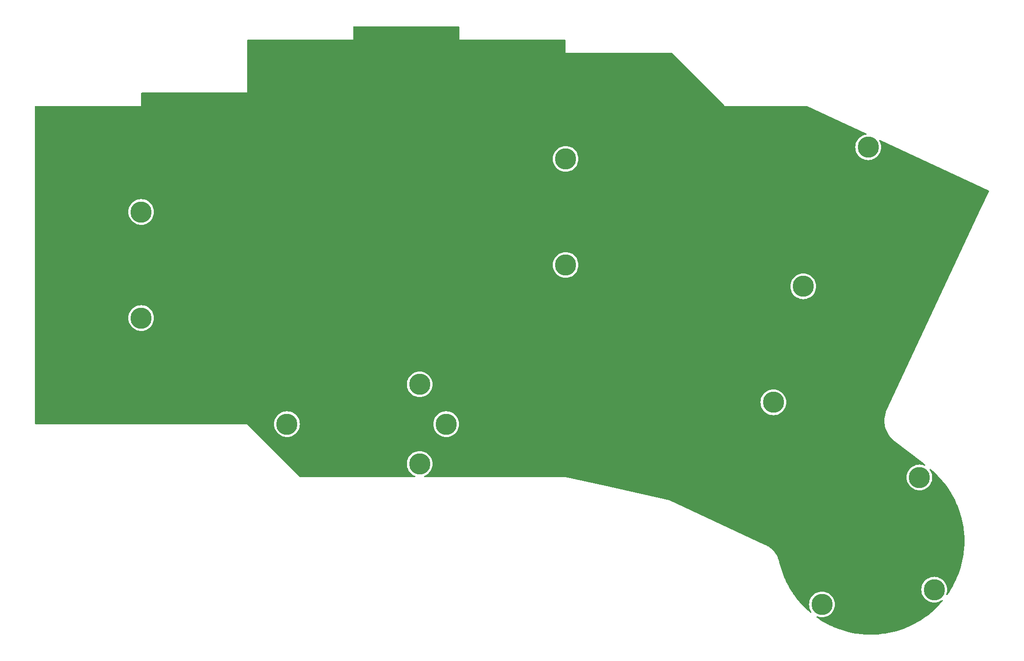
<source format=gbr>
%TF.GenerationSoftware,KiCad,Pcbnew,7.0.5*%
%TF.CreationDate,2024-03-19T15:00:49+08:00*%
%TF.ProjectId,J-50x,4a2d3530-782e-46b6-9963-61645f706362,rev?*%
%TF.SameCoordinates,Original*%
%TF.FileFunction,Copper,L1,Top*%
%TF.FilePolarity,Positive*%
%FSLAX46Y46*%
G04 Gerber Fmt 4.6, Leading zero omitted, Abs format (unit mm)*
G04 Created by KiCad (PCBNEW 7.0.5) date 2024-03-19 15:00:49*
%MOMM*%
%LPD*%
G01*
G04 APERTURE LIST*
%TA.AperFunction,ComponentPad*%
%ADD10C,3.800000*%
%TD*%
%TA.AperFunction,WasherPad*%
%ADD11C,3.800000*%
%TD*%
G04 APERTURE END LIST*
D10*
%TO.P,H7,1*%
%TO.N,N/C*%
X108339000Y-136520000D03*
%TD*%
D11*
%TO.P,U1,*%
%TO.N,*%
X184079467Y-86803428D03*
X172433798Y-111777645D03*
%TD*%
D10*
%TO.P,H9,1*%
%TO.N,N/C*%
X53570000Y-98420000D03*
%TD*%
%TO.P,H3,1*%
%TO.N,N/C*%
X103577000Y-143664000D03*
%TD*%
%TO.P,H13,1*%
%TO.N,N/C*%
X167066000Y-132611000D03*
%TD*%
%TO.P,He,1*%
%TO.N,N/C*%
X79763000Y-136520000D03*
%TD*%
%TO.P,H14,1*%
%TO.N,N/C*%
X129770000Y-88895000D03*
%TD*%
D11*
%TO.P,K26,*%
%TO.N,*%
X195932555Y-166249637D03*
X175781362Y-168902592D03*
X193279600Y-146098444D03*
%TD*%
D10*
%TO.P,H2,1*%
%TO.N,N/C*%
X103577000Y-129376000D03*
%TD*%
%TO.P,H10,1*%
%TO.N,N/C*%
X53570000Y-117470000D03*
%TD*%
%TO.P,H15,1*%
%TO.N,N/C*%
X129770000Y-107945000D03*
%TD*%
%TA.AperFunction,NonConductor*%
G36*
X110662539Y-65102185D02*
G01*
X110708294Y-65154989D01*
X110719500Y-65206500D01*
X110719500Y-67439467D01*
X110719416Y-67439889D01*
X110719459Y-67464001D01*
X110719544Y-67464206D01*
X110719616Y-67464382D01*
X110719618Y-67464384D01*
X110719808Y-67464462D01*
X110720000Y-67464541D01*
X110720002Y-67464539D01*
X110744616Y-67464524D01*
X110744616Y-67464528D01*
X110744760Y-67464500D01*
X129645500Y-67464500D01*
X129712539Y-67484185D01*
X129758294Y-67536989D01*
X129769500Y-67588500D01*
X129769500Y-69820467D01*
X129769416Y-69820889D01*
X129769459Y-69845001D01*
X129769544Y-69845206D01*
X129769616Y-69845382D01*
X129769618Y-69845384D01*
X129769808Y-69845462D01*
X129770000Y-69845541D01*
X129770002Y-69845539D01*
X129794616Y-69845524D01*
X129794616Y-69845528D01*
X129794760Y-69845500D01*
X148768430Y-69845500D01*
X148835469Y-69865185D01*
X148856111Y-69881819D01*
X158327197Y-79352904D01*
X158327501Y-79353359D01*
X158344616Y-79370381D01*
X158344617Y-79370383D01*
X158344827Y-79370469D01*
X158345000Y-79370542D01*
X158345002Y-79370541D01*
X158369771Y-79370562D01*
X158370083Y-79370500D01*
X173072125Y-79370500D01*
X173124519Y-79382113D01*
X183688831Y-84307167D01*
X183741274Y-84353334D01*
X183760432Y-84420525D01*
X183740222Y-84487409D01*
X183687061Y-84532748D01*
X183660628Y-84541170D01*
X183482780Y-84576547D01*
X183482768Y-84576550D01*
X183197219Y-84673481D01*
X183197198Y-84673490D01*
X182926753Y-84806859D01*
X182926746Y-84806863D01*
X182676007Y-84974401D01*
X182449277Y-85173238D01*
X182250440Y-85399968D01*
X182082902Y-85650707D01*
X182082898Y-85650714D01*
X181949529Y-85921159D01*
X181949520Y-85921180D01*
X181852589Y-86206729D01*
X181852585Y-86206744D01*
X181793755Y-86502497D01*
X181793754Y-86502509D01*
X181774031Y-86803427D01*
X181793754Y-87104346D01*
X181793755Y-87104358D01*
X181852585Y-87400111D01*
X181852589Y-87400126D01*
X181949520Y-87685675D01*
X181949529Y-87685696D01*
X182082898Y-87956141D01*
X182082902Y-87956148D01*
X182250440Y-88206887D01*
X182449277Y-88433617D01*
X182676007Y-88632454D01*
X182926746Y-88799992D01*
X182926753Y-88799996D01*
X183197198Y-88933365D01*
X183197203Y-88933367D01*
X183197215Y-88933373D01*
X183482776Y-89030308D01*
X183682718Y-89070079D01*
X183778536Y-89089139D01*
X183778537Y-89089139D01*
X183778547Y-89089141D01*
X184079467Y-89108864D01*
X184380387Y-89089141D01*
X184676158Y-89030308D01*
X184961719Y-88933373D01*
X185232185Y-88799994D01*
X185482928Y-88632453D01*
X185709656Y-88433617D01*
X185908492Y-88206889D01*
X186076033Y-87956146D01*
X186209412Y-87685680D01*
X186306347Y-87400119D01*
X186365180Y-87104348D01*
X186384903Y-86803428D01*
X186365180Y-86502508D01*
X186306347Y-86206737D01*
X186209412Y-85921176D01*
X186084272Y-85667418D01*
X186072276Y-85598588D01*
X186099398Y-85534197D01*
X186157026Y-85494691D01*
X186226865Y-85492612D01*
X186247879Y-85500189D01*
X188753108Y-86668120D01*
X205690331Y-94564209D01*
X205742774Y-94610376D01*
X205761932Y-94677567D01*
X205750299Y-94729041D01*
X204269945Y-97900653D01*
X187454637Y-133925734D01*
X187369071Y-134105976D01*
X187285879Y-134328824D01*
X187284964Y-134331131D01*
X187255893Y-134400404D01*
X187253860Y-134414592D01*
X187230917Y-134476050D01*
X187157584Y-134739504D01*
X187156979Y-134741544D01*
X187139451Y-134797065D01*
X187138930Y-134806522D01*
X187124987Y-134856615D01*
X187124984Y-134856625D01*
X187066285Y-135169138D01*
X187065933Y-135170874D01*
X187059004Y-135202717D01*
X187059148Y-135207132D01*
X187052067Y-135244834D01*
X187052062Y-135244869D01*
X187012685Y-135637897D01*
X187007138Y-136032905D01*
X187007138Y-136032906D01*
X187035465Y-136426904D01*
X187050179Y-136519500D01*
X187066436Y-136621814D01*
X187097459Y-136817044D01*
X187192656Y-137200414D01*
X187192659Y-137200422D01*
X187320369Y-137574236D01*
X187320370Y-137574237D01*
X187479642Y-137935717D01*
X187479647Y-137935726D01*
X187669321Y-138282236D01*
X187778281Y-138446157D01*
X187887993Y-138611210D01*
X187888000Y-138611220D01*
X187911903Y-138641238D01*
X187913221Y-138644475D01*
X187934852Y-138670101D01*
X187935976Y-138671472D01*
X188058572Y-138825436D01*
X188134061Y-138920240D01*
X188169818Y-138957992D01*
X188173219Y-138964642D01*
X188216130Y-139006940D01*
X188217619Y-139008460D01*
X188332400Y-139129643D01*
X188405707Y-139207039D01*
X188405716Y-139207047D01*
X188405717Y-139207048D01*
X188454730Y-139250621D01*
X188460712Y-139260195D01*
X188521255Y-139309829D01*
X188523141Y-139311440D01*
X188552459Y-139337504D01*
X188700935Y-139469501D01*
X188836130Y-139570322D01*
X188837312Y-139571722D01*
X188858522Y-139587039D01*
X188860008Y-139588147D01*
X193770946Y-143363069D01*
X194278427Y-143753157D01*
X194319582Y-143809620D01*
X194323677Y-143879370D01*
X194289413Y-143940261D01*
X194227668Y-143972961D01*
X194162998Y-143968888D01*
X193876298Y-143871566D01*
X193876292Y-143871564D01*
X193876291Y-143871564D01*
X193876289Y-143871563D01*
X193876283Y-143871562D01*
X193580530Y-143812732D01*
X193580521Y-143812731D01*
X193580520Y-143812731D01*
X193279600Y-143793008D01*
X192978680Y-143812731D01*
X192978679Y-143812731D01*
X192978669Y-143812732D01*
X192682916Y-143871562D01*
X192682901Y-143871566D01*
X192397352Y-143968497D01*
X192397331Y-143968506D01*
X192126886Y-144101875D01*
X192126879Y-144101879D01*
X191876140Y-144269417D01*
X191649410Y-144468254D01*
X191450573Y-144694984D01*
X191283035Y-144945723D01*
X191283031Y-144945730D01*
X191149662Y-145216175D01*
X191149653Y-145216196D01*
X191052722Y-145501745D01*
X191052718Y-145501760D01*
X190993888Y-145797513D01*
X190993887Y-145797523D01*
X190993887Y-145797524D01*
X190977700Y-146044491D01*
X190974164Y-146098444D01*
X190993887Y-146399362D01*
X190993888Y-146399374D01*
X191052718Y-146695127D01*
X191052722Y-146695142D01*
X191149653Y-146980691D01*
X191149662Y-146980712D01*
X191283031Y-147251157D01*
X191283035Y-147251164D01*
X191450573Y-147501903D01*
X191649410Y-147728633D01*
X191876140Y-147927470D01*
X192126879Y-148095008D01*
X192126886Y-148095012D01*
X192397331Y-148228381D01*
X192397336Y-148228383D01*
X192397348Y-148228389D01*
X192682909Y-148325324D01*
X192882851Y-148365095D01*
X192978669Y-148384155D01*
X192978670Y-148384155D01*
X192978680Y-148384157D01*
X193279600Y-148403880D01*
X193580520Y-148384157D01*
X193876291Y-148325324D01*
X194161852Y-148228389D01*
X194432318Y-148095010D01*
X194683061Y-147927469D01*
X194909789Y-147728633D01*
X195108625Y-147501905D01*
X195276166Y-147251162D01*
X195409545Y-146980696D01*
X195506480Y-146695135D01*
X195565313Y-146399364D01*
X195585036Y-146098444D01*
X195565313Y-145797524D01*
X195564599Y-145793937D01*
X195546251Y-145701695D01*
X195506480Y-145501753D01*
X195409545Y-145216192D01*
X195393201Y-145183050D01*
X195276168Y-144945730D01*
X195276164Y-144945723D01*
X195137272Y-144737855D01*
X195116394Y-144671178D01*
X195134879Y-144603798D01*
X195186858Y-144557108D01*
X195255828Y-144545932D01*
X195318194Y-144572425D01*
X195409668Y-144646166D01*
X195411932Y-144648082D01*
X196011893Y-145181027D01*
X196014063Y-145183050D01*
X196047942Y-145216175D01*
X196340007Y-145501745D01*
X196488536Y-145646970D01*
X196488631Y-145647140D01*
X196488669Y-145647102D01*
X196591012Y-145747471D01*
X196592994Y-145749506D01*
X196991227Y-146178006D01*
X196996590Y-146183777D01*
X197142458Y-146341401D01*
X197144315Y-146343501D01*
X197441065Y-146695127D01*
X197500914Y-146766043D01*
X197501056Y-146766365D01*
X197501132Y-146766302D01*
X197664669Y-146961155D01*
X197666417Y-146963337D01*
X197987158Y-147382527D01*
X197987312Y-147382927D01*
X197987409Y-147382854D01*
X198156452Y-147605314D01*
X198158058Y-147607528D01*
X198241853Y-147728633D01*
X198448470Y-148027248D01*
X198448391Y-148027302D01*
X198448748Y-148027649D01*
X198616652Y-148272366D01*
X198618143Y-148274643D01*
X198881696Y-148697413D01*
X199044253Y-148960833D01*
X199045613Y-148963147D01*
X199161605Y-149170704D01*
X199283994Y-149389711D01*
X199438205Y-149669027D01*
X199439419Y-149671341D01*
X199653750Y-150102027D01*
X199797624Y-150395354D01*
X199798714Y-150397700D01*
X199989734Y-150832522D01*
X200121674Y-151138121D01*
X200122644Y-151140503D01*
X200290867Y-151579307D01*
X200409603Y-151895598D01*
X200410445Y-151897989D01*
X200556151Y-152340268D01*
X200660763Y-152666088D01*
X200661479Y-152668480D01*
X200784915Y-153113782D01*
X200874555Y-153447742D01*
X200875145Y-153450130D01*
X200976479Y-153897886D01*
X201050478Y-154238736D01*
X201050945Y-154241112D01*
X201130306Y-154690676D01*
X201188148Y-155037317D01*
X201188495Y-155039676D01*
X201245974Y-155490226D01*
X201287230Y-155841549D01*
X201287459Y-155843885D01*
X201323176Y-156294782D01*
X201347503Y-156649611D01*
X201347618Y-156651917D01*
X201361676Y-157102297D01*
X201368827Y-157459654D01*
X201368831Y-157461925D01*
X201361364Y-157910877D01*
X201351154Y-158269757D01*
X201351050Y-158271988D01*
X201322214Y-158718647D01*
X201294523Y-159078081D01*
X201294316Y-159080267D01*
X201244281Y-159523893D01*
X201199075Y-159882692D01*
X201198768Y-159884829D01*
X201127751Y-160324477D01*
X201065025Y-160681793D01*
X201064623Y-160683876D01*
X200972865Y-161118656D01*
X200892678Y-161473544D01*
X200892185Y-161475569D01*
X200779962Y-161904612D01*
X200682455Y-162256021D01*
X200681875Y-162257984D01*
X200549514Y-162680377D01*
X200434822Y-163027503D01*
X200434161Y-163029400D01*
X200281990Y-163444328D01*
X200150366Y-163786160D01*
X200149628Y-163787988D01*
X199978009Y-164194643D01*
X199829771Y-164530186D01*
X199828962Y-164531943D01*
X199638308Y-164929475D01*
X199473716Y-165258003D01*
X199472841Y-165259685D01*
X199263665Y-165647144D01*
X199083105Y-165967762D01*
X199082169Y-165969368D01*
X198854860Y-166346120D01*
X198658791Y-166657926D01*
X198657799Y-166659453D01*
X198412961Y-167024567D01*
X198301455Y-167184182D01*
X198246925Y-167227866D01*
X198177435Y-167235135D01*
X198115046Y-167203680D01*
X198079567Y-167143489D01*
X198082262Y-167073671D01*
X198159435Y-166846328D01*
X198218268Y-166550557D01*
X198237991Y-166249637D01*
X198218268Y-165948717D01*
X198159435Y-165652946D01*
X198062500Y-165367385D01*
X198009388Y-165259685D01*
X197929123Y-165096923D01*
X197929119Y-165096916D01*
X197761581Y-164846177D01*
X197562744Y-164619447D01*
X197336014Y-164420610D01*
X197085275Y-164253072D01*
X197085268Y-164253068D01*
X196814823Y-164119699D01*
X196814802Y-164119690D01*
X196529253Y-164022759D01*
X196529247Y-164022757D01*
X196529246Y-164022757D01*
X196529244Y-164022756D01*
X196529238Y-164022755D01*
X196233485Y-163963925D01*
X196233476Y-163963924D01*
X196233475Y-163963924D01*
X195932555Y-163944201D01*
X195932554Y-163944201D01*
X195782095Y-163954062D01*
X195631635Y-163963924D01*
X195631634Y-163963924D01*
X195631624Y-163963925D01*
X195335871Y-164022755D01*
X195335856Y-164022759D01*
X195050307Y-164119690D01*
X195050286Y-164119699D01*
X194779841Y-164253068D01*
X194779834Y-164253072D01*
X194529095Y-164420610D01*
X194302365Y-164619447D01*
X194103528Y-164846177D01*
X193935990Y-165096916D01*
X193935986Y-165096923D01*
X193802617Y-165367368D01*
X193802608Y-165367389D01*
X193705677Y-165652938D01*
X193705673Y-165652953D01*
X193646843Y-165948706D01*
X193646842Y-165948716D01*
X193646842Y-165948717D01*
X193631494Y-166182885D01*
X193627119Y-166249637D01*
X193646842Y-166550555D01*
X193646843Y-166550567D01*
X193705673Y-166846320D01*
X193705677Y-166846335D01*
X193802608Y-167131884D01*
X193802617Y-167131905D01*
X193935986Y-167402350D01*
X193935990Y-167402357D01*
X194103528Y-167653096D01*
X194302365Y-167879826D01*
X194529095Y-168078663D01*
X194779834Y-168246201D01*
X194779841Y-168246205D01*
X195050286Y-168379574D01*
X195050291Y-168379576D01*
X195050303Y-168379582D01*
X195335864Y-168476517D01*
X195535806Y-168516288D01*
X195631624Y-168535348D01*
X195631625Y-168535348D01*
X195631635Y-168535350D01*
X195932555Y-168555073D01*
X196233475Y-168535350D01*
X196529246Y-168476517D01*
X196814807Y-168379582D01*
X197085273Y-168246203D01*
X197285055Y-168112712D01*
X197351732Y-168091835D01*
X197419112Y-168110320D01*
X197465802Y-168162299D01*
X197476978Y-168231269D01*
X197449862Y-168294402D01*
X197434227Y-168313485D01*
X197433421Y-168314448D01*
X197193915Y-168594980D01*
X197192788Y-168596264D01*
X196899289Y-168921448D01*
X196898412Y-168922401D01*
X196645460Y-169191155D01*
X196644299Y-169192356D01*
X196335689Y-169503028D01*
X196334740Y-169503963D01*
X196068939Y-169760277D01*
X196067749Y-169761396D01*
X195744777Y-170056825D01*
X195743755Y-170057739D01*
X195465735Y-170300985D01*
X195464521Y-170302021D01*
X195127877Y-170581595D01*
X195126784Y-170582482D01*
X194837270Y-170812012D01*
X194836037Y-170812964D01*
X194486412Y-171076118D01*
X194485247Y-171076974D01*
X194184894Y-171292258D01*
X194183648Y-171293129D01*
X193821956Y-171539182D01*
X193820720Y-171540002D01*
X193510256Y-171740514D01*
X193509001Y-171741303D01*
X193135913Y-171969804D01*
X193134607Y-171970583D01*
X192814857Y-172155792D01*
X192813597Y-172156502D01*
X192429933Y-172366942D01*
X192428557Y-172367674D01*
X192100253Y-172537160D01*
X192098995Y-172537791D01*
X191705703Y-172729645D01*
X191704260Y-172730326D01*
X191368158Y-172883703D01*
X191366905Y-172884259D01*
X190964811Y-173057117D01*
X190963303Y-173057742D01*
X190620352Y-173194590D01*
X190619109Y-173195071D01*
X190209008Y-173348579D01*
X190207436Y-173349143D01*
X189858433Y-173469164D01*
X189857203Y-173469572D01*
X189440027Y-173603358D01*
X189438393Y-173603857D01*
X189084232Y-173706764D01*
X189083021Y-173707102D01*
X188659687Y-173820849D01*
X188657994Y-173821278D01*
X188298932Y-173906993D01*
X187869771Y-174000556D01*
X187868023Y-174000911D01*
X187505582Y-174069071D01*
X187072130Y-174142056D01*
X187070330Y-174142332D01*
X186705294Y-174192821D01*
X186268577Y-174245025D01*
X186266729Y-174245218D01*
X185900158Y-174277929D01*
X185460970Y-174309223D01*
X185459076Y-174309329D01*
X185091889Y-174324227D01*
X184651200Y-174334495D01*
X184649266Y-174334510D01*
X184282386Y-174331614D01*
X183841131Y-174320780D01*
X183839162Y-174320701D01*
X183473488Y-174300079D01*
X183327544Y-174289496D01*
X183032647Y-174268112D01*
X183030671Y-174267937D01*
X182667142Y-174229705D01*
X182227642Y-174176609D01*
X182225615Y-174176330D01*
X181926107Y-174130075D01*
X181865194Y-174120668D01*
X181427943Y-174046482D01*
X181425908Y-174046101D01*
X181350163Y-174030615D01*
X181069489Y-173973230D01*
X180635450Y-173878036D01*
X180633386Y-173877546D01*
X180281798Y-173787726D01*
X179851948Y-173671652D01*
X179849874Y-173671053D01*
X179504111Y-173564639D01*
X179079293Y-173427816D01*
X179077214Y-173427105D01*
X178738131Y-173304479D01*
X178319212Y-173147072D01*
X178317136Y-173146249D01*
X177985771Y-173007923D01*
X177573509Y-172830080D01*
X177571440Y-172829142D01*
X177248641Y-172675634D01*
X176843923Y-172477580D01*
X176841869Y-172476527D01*
X176728623Y-172415782D01*
X176528400Y-172308381D01*
X176132123Y-172090377D01*
X176130089Y-172089207D01*
X175826927Y-171907155D01*
X175556887Y-171741303D01*
X175439777Y-171669376D01*
X175437812Y-171668116D01*
X175145681Y-171472841D01*
X174855312Y-171274776D01*
X174811023Y-171220737D01*
X174802979Y-171151332D01*
X174833736Y-171088596D01*
X174893528Y-171052448D01*
X174963371Y-171054364D01*
X174965011Y-171054907D01*
X175184671Y-171129472D01*
X175384613Y-171169243D01*
X175480431Y-171188303D01*
X175480432Y-171188303D01*
X175480442Y-171188305D01*
X175781362Y-171208028D01*
X176082282Y-171188305D01*
X176378053Y-171129472D01*
X176663614Y-171032537D01*
X176934080Y-170899158D01*
X177184823Y-170731617D01*
X177411551Y-170532781D01*
X177610387Y-170306053D01*
X177777928Y-170055310D01*
X177911307Y-169784844D01*
X178008242Y-169499283D01*
X178067075Y-169203512D01*
X178086798Y-168902592D01*
X178067075Y-168601672D01*
X178008242Y-168305901D01*
X177911307Y-168020340D01*
X177777928Y-167749874D01*
X177777926Y-167749871D01*
X177610388Y-167499132D01*
X177411551Y-167272402D01*
X177184821Y-167073565D01*
X176934082Y-166906027D01*
X176934075Y-166906023D01*
X176663630Y-166772654D01*
X176663609Y-166772645D01*
X176378060Y-166675714D01*
X176378054Y-166675712D01*
X176378053Y-166675712D01*
X176378051Y-166675711D01*
X176378045Y-166675710D01*
X176082292Y-166616880D01*
X176082283Y-166616879D01*
X176082282Y-166616879D01*
X175781362Y-166597156D01*
X175781361Y-166597156D01*
X175630902Y-166607017D01*
X175480442Y-166616879D01*
X175480441Y-166616879D01*
X175480431Y-166616880D01*
X175184678Y-166675710D01*
X175184663Y-166675714D01*
X174899114Y-166772645D01*
X174899093Y-166772654D01*
X174628648Y-166906023D01*
X174628641Y-166906027D01*
X174377902Y-167073565D01*
X174151172Y-167272402D01*
X173952335Y-167499132D01*
X173784797Y-167749871D01*
X173784793Y-167749878D01*
X173651424Y-168020323D01*
X173651415Y-168020344D01*
X173554484Y-168305893D01*
X173554480Y-168305908D01*
X173495650Y-168601661D01*
X173495649Y-168601673D01*
X173475926Y-168902591D01*
X173495649Y-169203510D01*
X173495650Y-169203522D01*
X173554480Y-169499275D01*
X173554484Y-169499290D01*
X173651415Y-169784839D01*
X173651424Y-169784860D01*
X173784793Y-170055305D01*
X173784795Y-170055308D01*
X173784796Y-170055310D01*
X173910390Y-170243275D01*
X173931268Y-170309952D01*
X173912783Y-170377332D01*
X173860804Y-170424022D01*
X173791834Y-170435198D01*
X173727947Y-170407459D01*
X173495274Y-170213739D01*
X173493387Y-170212102D01*
X173239385Y-169982691D01*
X172896223Y-169668003D01*
X172894391Y-169666253D01*
X172654836Y-169427836D01*
X172420314Y-169191155D01*
X172324134Y-169094089D01*
X172322378Y-169092242D01*
X172098065Y-168846248D01*
X171835920Y-168555072D01*
X171780323Y-168493317D01*
X171778647Y-168491375D01*
X171570418Y-168239536D01*
X171266043Y-167867071D01*
X171264418Y-167864994D01*
X171105844Y-167653096D01*
X171073213Y-167609492D01*
X170782476Y-167216789D01*
X170780939Y-167214616D01*
X170607707Y-166958114D01*
X170572872Y-166906026D01*
X170330753Y-166543988D01*
X170329295Y-166541701D01*
X170175408Y-166288182D01*
X169911920Y-165850226D01*
X169910574Y-165847873D01*
X169804812Y-165652938D01*
X169777213Y-165602068D01*
X169650886Y-165367368D01*
X169526961Y-165137132D01*
X169525696Y-165134649D01*
X169415415Y-164905568D01*
X169176738Y-164406303D01*
X169175590Y-164403754D01*
X169091853Y-164205817D01*
X169055632Y-164119690D01*
X168862075Y-163659446D01*
X168861047Y-163656834D01*
X168811543Y-163521957D01*
X168685610Y-163177240D01*
X168583882Y-162898777D01*
X168582935Y-162895979D01*
X168343924Y-162129890D01*
X168343118Y-162127074D01*
X168141149Y-161350941D01*
X168140678Y-161348998D01*
X168140620Y-161348742D01*
X168099179Y-161164805D01*
X168025801Y-160930972D01*
X168025158Y-160928783D01*
X168007222Y-160863224D01*
X168001276Y-160852820D01*
X167986117Y-160804512D01*
X167871220Y-160522061D01*
X167870591Y-160520446D01*
X167858169Y-160487195D01*
X167855407Y-160483186D01*
X167843831Y-160454728D01*
X167673282Y-160117820D01*
X167475624Y-159796066D01*
X167475617Y-159796056D01*
X167252202Y-159491651D01*
X167252193Y-159491640D01*
X167004510Y-159206615D01*
X167004505Y-159206609D01*
X166778312Y-158985904D01*
X166734230Y-158942891D01*
X166443203Y-158702281D01*
X166439345Y-158699593D01*
X166417989Y-158684711D01*
X166415591Y-158681726D01*
X166384983Y-158661682D01*
X166383561Y-158660722D01*
X166133381Y-158486395D01*
X166133377Y-158486392D01*
X166133373Y-158486390D01*
X166089583Y-158460949D01*
X166083116Y-158454130D01*
X166020832Y-158420958D01*
X166018832Y-158419845D01*
X166018084Y-158419410D01*
X165806869Y-158296700D01*
X165739634Y-158264730D01*
X165636704Y-158215788D01*
X165636441Y-158215663D01*
X165636355Y-158215622D01*
X165636245Y-158215569D01*
X165597964Y-158197445D01*
X165594459Y-158196090D01*
X148379948Y-150170590D01*
X148378070Y-150169509D01*
X148370193Y-150166032D01*
X148370009Y-150165989D01*
X148362664Y-150164164D01*
X148360179Y-150163823D01*
X136747818Y-147590323D01*
X129770814Y-146044098D01*
X129770812Y-146044098D01*
X129764113Y-146043947D01*
X129757752Y-146044500D01*
X104472196Y-146044500D01*
X104405157Y-146024815D01*
X104359402Y-145972011D01*
X104349458Y-145902853D01*
X104378483Y-145839297D01*
X104432335Y-145803081D01*
X104459252Y-145793945D01*
X104729718Y-145660566D01*
X104980461Y-145493025D01*
X105207189Y-145294189D01*
X105406025Y-145067461D01*
X105573566Y-144816718D01*
X105706945Y-144546252D01*
X105803880Y-144260691D01*
X105862713Y-143964920D01*
X105882436Y-143664000D01*
X105862713Y-143363080D01*
X105803880Y-143067309D01*
X105706945Y-142781748D01*
X105573566Y-142511282D01*
X105406025Y-142260539D01*
X105207189Y-142033810D01*
X104980459Y-141834973D01*
X104729720Y-141667435D01*
X104729713Y-141667431D01*
X104459268Y-141534062D01*
X104459247Y-141534053D01*
X104173698Y-141437122D01*
X104173692Y-141437120D01*
X104173691Y-141437120D01*
X104173689Y-141437119D01*
X104173683Y-141437118D01*
X103877930Y-141378288D01*
X103877921Y-141378287D01*
X103877920Y-141378287D01*
X103577000Y-141358564D01*
X103276080Y-141378287D01*
X103276079Y-141378287D01*
X103276069Y-141378288D01*
X102980316Y-141437118D01*
X102980301Y-141437122D01*
X102694752Y-141534053D01*
X102694731Y-141534062D01*
X102424286Y-141667431D01*
X102424279Y-141667435D01*
X102173540Y-141834973D01*
X101946810Y-142033810D01*
X101747973Y-142260540D01*
X101580435Y-142511279D01*
X101580431Y-142511286D01*
X101447062Y-142781731D01*
X101447053Y-142781752D01*
X101350122Y-143067301D01*
X101350118Y-143067316D01*
X101291288Y-143363069D01*
X101291287Y-143363079D01*
X101291287Y-143363080D01*
X101271564Y-143664000D01*
X101280019Y-143793008D01*
X101291287Y-143964918D01*
X101291288Y-143964930D01*
X101350118Y-144260683D01*
X101350122Y-144260698D01*
X101447053Y-144546247D01*
X101447062Y-144546268D01*
X101580431Y-144816713D01*
X101580435Y-144816720D01*
X101747973Y-145067459D01*
X101946810Y-145294189D01*
X102173540Y-145493026D01*
X102424279Y-145660564D01*
X102424286Y-145660568D01*
X102694731Y-145793937D01*
X102694736Y-145793939D01*
X102694748Y-145793945D01*
X102721664Y-145803081D01*
X102778817Y-145843270D01*
X102805170Y-145907979D01*
X102792356Y-145976664D01*
X102744442Y-146027516D01*
X102681804Y-146044500D01*
X82196569Y-146044500D01*
X82129530Y-146024815D01*
X82108888Y-146008181D01*
X77459271Y-141358564D01*
X72631588Y-136530880D01*
X72620764Y-136520000D01*
X77457564Y-136520000D01*
X77477287Y-136820918D01*
X77477288Y-136820930D01*
X77536118Y-137116683D01*
X77536122Y-137116698D01*
X77633053Y-137402247D01*
X77633062Y-137402268D01*
X77766431Y-137672713D01*
X77766435Y-137672720D01*
X77933973Y-137923459D01*
X78132810Y-138150189D01*
X78359540Y-138349026D01*
X78610279Y-138516564D01*
X78610286Y-138516568D01*
X78880731Y-138649937D01*
X78880736Y-138649939D01*
X78880748Y-138649945D01*
X79166309Y-138746880D01*
X79366251Y-138786651D01*
X79462069Y-138805711D01*
X79462070Y-138805711D01*
X79462080Y-138805713D01*
X79763000Y-138825436D01*
X80063920Y-138805713D01*
X80359691Y-138746880D01*
X80645252Y-138649945D01*
X80915718Y-138516566D01*
X81166461Y-138349025D01*
X81393189Y-138150189D01*
X81592025Y-137923461D01*
X81759566Y-137672718D01*
X81892945Y-137402252D01*
X81989880Y-137116691D01*
X82048713Y-136820920D01*
X82068436Y-136520000D01*
X106033564Y-136520000D01*
X106033599Y-136520541D01*
X106053287Y-136820918D01*
X106053288Y-136820930D01*
X106112118Y-137116683D01*
X106112122Y-137116698D01*
X106209053Y-137402247D01*
X106209062Y-137402268D01*
X106342431Y-137672713D01*
X106342435Y-137672720D01*
X106509973Y-137923459D01*
X106708810Y-138150189D01*
X106935540Y-138349026D01*
X107186279Y-138516564D01*
X107186286Y-138516568D01*
X107456731Y-138649937D01*
X107456736Y-138649939D01*
X107456748Y-138649945D01*
X107742309Y-138746880D01*
X107942251Y-138786651D01*
X108038069Y-138805711D01*
X108038070Y-138805711D01*
X108038080Y-138805713D01*
X108339000Y-138825436D01*
X108639920Y-138805713D01*
X108935691Y-138746880D01*
X109221252Y-138649945D01*
X109491718Y-138516566D01*
X109742461Y-138349025D01*
X109969189Y-138150189D01*
X110168025Y-137923461D01*
X110335566Y-137672718D01*
X110468945Y-137402252D01*
X110565880Y-137116691D01*
X110624713Y-136820920D01*
X110644436Y-136520000D01*
X110624713Y-136219080D01*
X110565880Y-135923309D01*
X110468945Y-135637748D01*
X110335566Y-135367282D01*
X110225607Y-135202717D01*
X110168026Y-135116540D01*
X109969189Y-134889810D01*
X109742459Y-134690973D01*
X109491720Y-134523435D01*
X109491713Y-134523431D01*
X109221268Y-134390062D01*
X109221247Y-134390053D01*
X108935698Y-134293122D01*
X108935692Y-134293120D01*
X108935691Y-134293120D01*
X108935689Y-134293119D01*
X108935683Y-134293118D01*
X108639930Y-134234288D01*
X108639921Y-134234287D01*
X108639920Y-134234287D01*
X108339000Y-134214564D01*
X108338999Y-134214564D01*
X108188540Y-134224425D01*
X108038080Y-134234287D01*
X108038079Y-134234287D01*
X108038069Y-134234288D01*
X107742316Y-134293118D01*
X107742301Y-134293122D01*
X107456752Y-134390053D01*
X107456731Y-134390062D01*
X107186286Y-134523431D01*
X107186279Y-134523435D01*
X106935540Y-134690973D01*
X106708810Y-134889810D01*
X106509973Y-135116540D01*
X106342435Y-135367279D01*
X106342431Y-135367286D01*
X106209062Y-135637731D01*
X106209053Y-135637752D01*
X106112122Y-135923301D01*
X106112118Y-135923316D01*
X106053288Y-136219069D01*
X106053287Y-136219081D01*
X106033571Y-136519900D01*
X106033564Y-136520000D01*
X82068436Y-136520000D01*
X82048713Y-136219080D01*
X81989880Y-135923309D01*
X81892945Y-135637748D01*
X81759566Y-135367282D01*
X81649607Y-135202717D01*
X81592026Y-135116540D01*
X81393189Y-134889810D01*
X81166459Y-134690973D01*
X80915720Y-134523435D01*
X80915713Y-134523431D01*
X80645268Y-134390062D01*
X80645247Y-134390053D01*
X80359698Y-134293122D01*
X80359692Y-134293120D01*
X80359691Y-134293120D01*
X80359689Y-134293119D01*
X80359683Y-134293118D01*
X80063930Y-134234288D01*
X80063921Y-134234287D01*
X80063920Y-134234287D01*
X79763000Y-134214564D01*
X79762999Y-134214564D01*
X79612540Y-134224425D01*
X79462080Y-134234287D01*
X79462079Y-134234287D01*
X79462069Y-134234288D01*
X79166316Y-134293118D01*
X79166301Y-134293122D01*
X78880752Y-134390053D01*
X78880731Y-134390062D01*
X78610286Y-134523431D01*
X78610279Y-134523435D01*
X78359540Y-134690973D01*
X78132810Y-134889810D01*
X77933973Y-135116540D01*
X77766435Y-135367279D01*
X77766431Y-135367286D01*
X77633062Y-135637731D01*
X77633053Y-135637752D01*
X77536122Y-135923301D01*
X77536118Y-135923316D01*
X77477288Y-136219069D01*
X77477287Y-136219081D01*
X77457564Y-136520000D01*
X72620764Y-136520000D01*
X72620381Y-136519615D01*
X72620218Y-136519548D01*
X72620001Y-136519458D01*
X72620000Y-136519458D01*
X72619999Y-136519458D01*
X72595334Y-136519461D01*
X72595145Y-136519500D01*
X34644500Y-136519500D01*
X34577461Y-136499815D01*
X34531706Y-136447011D01*
X34520500Y-136395500D01*
X34520500Y-132611000D01*
X164760564Y-132611000D01*
X164780287Y-132911918D01*
X164780288Y-132911930D01*
X164839118Y-133207683D01*
X164839122Y-133207698D01*
X164936053Y-133493247D01*
X164936062Y-133493268D01*
X165069431Y-133763713D01*
X165069435Y-133763720D01*
X165236973Y-134014459D01*
X165435810Y-134241189D01*
X165662540Y-134440026D01*
X165913279Y-134607564D01*
X165913286Y-134607568D01*
X166183731Y-134740937D01*
X166183736Y-134740939D01*
X166183748Y-134740945D01*
X166469309Y-134837880D01*
X166669251Y-134877651D01*
X166765069Y-134896711D01*
X166765070Y-134896711D01*
X166765080Y-134896713D01*
X167066000Y-134916436D01*
X167366920Y-134896713D01*
X167662691Y-134837880D01*
X167948252Y-134740945D01*
X168218718Y-134607566D01*
X168469461Y-134440025D01*
X168696189Y-134241189D01*
X168895025Y-134014461D01*
X169062566Y-133763718D01*
X169195945Y-133493252D01*
X169292880Y-133207691D01*
X169351713Y-132911920D01*
X169371436Y-132611000D01*
X169351713Y-132310080D01*
X169292880Y-132014309D01*
X169195945Y-131728748D01*
X169172613Y-131681436D01*
X169062568Y-131458286D01*
X169062564Y-131458279D01*
X168895026Y-131207540D01*
X168696189Y-130980810D01*
X168469459Y-130781973D01*
X168218720Y-130614435D01*
X168218713Y-130614431D01*
X167948268Y-130481062D01*
X167948247Y-130481053D01*
X167662698Y-130384122D01*
X167662692Y-130384120D01*
X167662691Y-130384120D01*
X167662689Y-130384119D01*
X167662683Y-130384118D01*
X167366930Y-130325288D01*
X167366921Y-130325287D01*
X167366920Y-130325287D01*
X167066000Y-130305564D01*
X166765080Y-130325287D01*
X166765079Y-130325287D01*
X166765069Y-130325288D01*
X166469316Y-130384118D01*
X166469301Y-130384122D01*
X166183752Y-130481053D01*
X166183731Y-130481062D01*
X165913286Y-130614431D01*
X165913279Y-130614435D01*
X165662540Y-130781973D01*
X165435810Y-130980810D01*
X165236973Y-131207540D01*
X165069435Y-131458279D01*
X165069431Y-131458286D01*
X164936062Y-131728731D01*
X164936053Y-131728752D01*
X164839122Y-132014301D01*
X164839118Y-132014316D01*
X164780288Y-132310069D01*
X164780287Y-132310081D01*
X164760564Y-132611000D01*
X34520500Y-132611000D01*
X34520500Y-129376000D01*
X101271564Y-129376000D01*
X101291287Y-129676918D01*
X101291288Y-129676930D01*
X101350118Y-129972683D01*
X101350122Y-129972698D01*
X101447053Y-130258247D01*
X101447062Y-130258268D01*
X101580431Y-130528713D01*
X101580435Y-130528720D01*
X101747973Y-130779459D01*
X101946810Y-131006189D01*
X102173540Y-131205026D01*
X102424279Y-131372564D01*
X102424286Y-131372568D01*
X102694731Y-131505937D01*
X102694736Y-131505939D01*
X102694748Y-131505945D01*
X102980309Y-131602880D01*
X103180251Y-131642651D01*
X103276069Y-131661711D01*
X103276070Y-131661711D01*
X103276080Y-131661713D01*
X103577000Y-131681436D01*
X103877920Y-131661713D01*
X104173691Y-131602880D01*
X104459252Y-131505945D01*
X104729718Y-131372566D01*
X104980461Y-131205025D01*
X105207189Y-131006189D01*
X105406025Y-130779461D01*
X105573566Y-130528718D01*
X105706945Y-130258252D01*
X105803880Y-129972691D01*
X105862713Y-129676920D01*
X105882436Y-129376000D01*
X105862713Y-129075080D01*
X105803880Y-128779309D01*
X105706945Y-128493748D01*
X105573566Y-128223282D01*
X105406025Y-127972539D01*
X105207189Y-127745810D01*
X104980459Y-127546973D01*
X104729720Y-127379435D01*
X104729713Y-127379431D01*
X104459268Y-127246062D01*
X104459247Y-127246053D01*
X104173698Y-127149122D01*
X104173692Y-127149120D01*
X104173691Y-127149120D01*
X104173689Y-127149119D01*
X104173683Y-127149118D01*
X103877930Y-127090288D01*
X103877921Y-127090287D01*
X103877920Y-127090287D01*
X103577000Y-127070564D01*
X103276080Y-127090287D01*
X103276079Y-127090287D01*
X103276069Y-127090288D01*
X102980316Y-127149118D01*
X102980301Y-127149122D01*
X102694752Y-127246053D01*
X102694731Y-127246062D01*
X102424286Y-127379431D01*
X102424279Y-127379435D01*
X102173540Y-127546973D01*
X101946810Y-127745810D01*
X101747973Y-127972540D01*
X101580435Y-128223279D01*
X101580431Y-128223286D01*
X101447062Y-128493731D01*
X101447053Y-128493752D01*
X101350122Y-128779301D01*
X101350118Y-128779316D01*
X101291288Y-129075069D01*
X101291287Y-129075081D01*
X101271564Y-129376000D01*
X34520500Y-129376000D01*
X34520500Y-117469999D01*
X51264564Y-117469999D01*
X51284287Y-117770918D01*
X51284288Y-117770930D01*
X51343118Y-118066683D01*
X51343122Y-118066698D01*
X51440053Y-118352247D01*
X51440062Y-118352268D01*
X51573431Y-118622713D01*
X51573435Y-118622720D01*
X51740973Y-118873459D01*
X51939810Y-119100189D01*
X52166540Y-119299026D01*
X52417279Y-119466564D01*
X52417286Y-119466568D01*
X52687731Y-119599937D01*
X52687736Y-119599939D01*
X52687748Y-119599945D01*
X52973309Y-119696880D01*
X53173251Y-119736651D01*
X53269069Y-119755711D01*
X53269070Y-119755711D01*
X53269080Y-119755713D01*
X53570000Y-119775436D01*
X53870920Y-119755713D01*
X54166691Y-119696880D01*
X54452252Y-119599945D01*
X54722718Y-119466566D01*
X54973461Y-119299025D01*
X55200189Y-119100189D01*
X55399025Y-118873461D01*
X55566566Y-118622718D01*
X55699945Y-118352252D01*
X55796880Y-118066691D01*
X55855713Y-117770920D01*
X55875436Y-117470000D01*
X55855713Y-117169080D01*
X55796880Y-116873309D01*
X55699945Y-116587748D01*
X55566566Y-116317282D01*
X55399025Y-116066539D01*
X55200189Y-115839810D01*
X54973459Y-115640973D01*
X54722720Y-115473435D01*
X54722713Y-115473431D01*
X54452268Y-115340062D01*
X54452247Y-115340053D01*
X54166698Y-115243122D01*
X54166692Y-115243120D01*
X54166691Y-115243120D01*
X54166689Y-115243119D01*
X54166683Y-115243118D01*
X53870930Y-115184288D01*
X53870921Y-115184287D01*
X53870920Y-115184287D01*
X53570000Y-115164564D01*
X53269080Y-115184287D01*
X53269079Y-115184287D01*
X53269069Y-115184288D01*
X52973316Y-115243118D01*
X52973301Y-115243122D01*
X52687752Y-115340053D01*
X52687731Y-115340062D01*
X52417286Y-115473431D01*
X52417279Y-115473435D01*
X52166540Y-115640973D01*
X51939810Y-115839810D01*
X51740973Y-116066540D01*
X51573435Y-116317279D01*
X51573431Y-116317286D01*
X51440062Y-116587731D01*
X51440053Y-116587752D01*
X51343122Y-116873301D01*
X51343118Y-116873316D01*
X51284288Y-117169069D01*
X51284287Y-117169081D01*
X51264564Y-117469999D01*
X34520500Y-117469999D01*
X34520500Y-111777645D01*
X170128362Y-111777645D01*
X170148085Y-112078563D01*
X170148086Y-112078575D01*
X170206916Y-112374328D01*
X170206920Y-112374343D01*
X170303851Y-112659892D01*
X170303860Y-112659913D01*
X170437229Y-112930358D01*
X170437233Y-112930365D01*
X170604771Y-113181104D01*
X170803608Y-113407834D01*
X171030338Y-113606671D01*
X171281077Y-113774209D01*
X171281084Y-113774213D01*
X171551529Y-113907582D01*
X171551534Y-113907584D01*
X171551546Y-113907590D01*
X171837107Y-114004525D01*
X172037049Y-114044296D01*
X172132867Y-114063356D01*
X172132868Y-114063356D01*
X172132878Y-114063358D01*
X172433798Y-114083081D01*
X172734718Y-114063358D01*
X173030489Y-114004525D01*
X173316050Y-113907590D01*
X173586516Y-113774211D01*
X173837259Y-113606670D01*
X174063987Y-113407834D01*
X174262823Y-113181106D01*
X174430364Y-112930363D01*
X174563743Y-112659897D01*
X174660678Y-112374336D01*
X174719511Y-112078565D01*
X174739234Y-111777645D01*
X174719511Y-111476725D01*
X174660678Y-111180954D01*
X174563743Y-110895393D01*
X174430364Y-110624927D01*
X174262823Y-110374184D01*
X174063987Y-110147455D01*
X173837257Y-109948618D01*
X173586518Y-109781080D01*
X173586511Y-109781076D01*
X173316066Y-109647707D01*
X173316045Y-109647698D01*
X173030496Y-109550767D01*
X173030490Y-109550765D01*
X173030489Y-109550765D01*
X173030487Y-109550764D01*
X173030481Y-109550763D01*
X172734728Y-109491933D01*
X172734719Y-109491932D01*
X172734718Y-109491932D01*
X172433798Y-109472209D01*
X172132878Y-109491932D01*
X172132877Y-109491932D01*
X172132867Y-109491933D01*
X171837114Y-109550763D01*
X171837099Y-109550767D01*
X171551550Y-109647698D01*
X171551529Y-109647707D01*
X171281084Y-109781076D01*
X171281077Y-109781080D01*
X171030338Y-109948618D01*
X170803608Y-110147455D01*
X170604771Y-110374185D01*
X170437233Y-110624924D01*
X170437229Y-110624931D01*
X170303860Y-110895376D01*
X170303851Y-110895397D01*
X170206920Y-111180946D01*
X170206916Y-111180961D01*
X170148086Y-111476714D01*
X170148085Y-111476726D01*
X170128362Y-111777645D01*
X34520500Y-111777645D01*
X34520500Y-107944999D01*
X127464564Y-107944999D01*
X127484287Y-108245918D01*
X127484288Y-108245930D01*
X127543118Y-108541683D01*
X127543122Y-108541698D01*
X127640053Y-108827247D01*
X127640062Y-108827268D01*
X127773431Y-109097713D01*
X127773435Y-109097720D01*
X127940973Y-109348459D01*
X128139810Y-109575189D01*
X128366540Y-109774026D01*
X128617279Y-109941564D01*
X128617286Y-109941568D01*
X128887731Y-110074937D01*
X128887736Y-110074939D01*
X128887748Y-110074945D01*
X129173309Y-110171880D01*
X129373251Y-110211651D01*
X129469069Y-110230711D01*
X129469070Y-110230711D01*
X129469080Y-110230713D01*
X129770000Y-110250436D01*
X130070920Y-110230713D01*
X130366691Y-110171880D01*
X130652252Y-110074945D01*
X130922718Y-109941566D01*
X131173461Y-109774025D01*
X131400189Y-109575189D01*
X131599025Y-109348461D01*
X131766566Y-109097718D01*
X131899945Y-108827252D01*
X131996880Y-108541691D01*
X132055713Y-108245920D01*
X132075436Y-107945000D01*
X132055713Y-107644080D01*
X131996880Y-107348309D01*
X131899945Y-107062748D01*
X131766566Y-106792282D01*
X131599025Y-106541539D01*
X131400189Y-106314810D01*
X131173459Y-106115973D01*
X130922720Y-105948435D01*
X130922713Y-105948431D01*
X130652268Y-105815062D01*
X130652247Y-105815053D01*
X130366698Y-105718122D01*
X130366692Y-105718120D01*
X130366691Y-105718120D01*
X130366689Y-105718119D01*
X130366683Y-105718118D01*
X130070930Y-105659288D01*
X130070921Y-105659287D01*
X130070920Y-105659287D01*
X129770000Y-105639564D01*
X129769999Y-105639564D01*
X129619539Y-105649425D01*
X129469080Y-105659287D01*
X129469079Y-105659287D01*
X129469069Y-105659288D01*
X129173316Y-105718118D01*
X129173301Y-105718122D01*
X128887752Y-105815053D01*
X128887731Y-105815062D01*
X128617286Y-105948431D01*
X128617279Y-105948435D01*
X128366540Y-106115973D01*
X128139810Y-106314810D01*
X127940973Y-106541540D01*
X127773435Y-106792279D01*
X127773431Y-106792286D01*
X127640062Y-107062731D01*
X127640053Y-107062752D01*
X127543122Y-107348301D01*
X127543118Y-107348316D01*
X127484288Y-107644069D01*
X127484287Y-107644081D01*
X127464564Y-107944999D01*
X34520500Y-107944999D01*
X34520500Y-98419999D01*
X51264564Y-98419999D01*
X51284287Y-98720918D01*
X51284288Y-98720930D01*
X51343118Y-99016683D01*
X51343122Y-99016698D01*
X51440053Y-99302247D01*
X51440062Y-99302268D01*
X51573431Y-99572713D01*
X51573435Y-99572720D01*
X51740973Y-99823459D01*
X51939810Y-100050189D01*
X52166540Y-100249026D01*
X52417279Y-100416564D01*
X52417286Y-100416568D01*
X52687731Y-100549937D01*
X52687736Y-100549939D01*
X52687748Y-100549945D01*
X52973309Y-100646880D01*
X53173251Y-100686651D01*
X53269069Y-100705711D01*
X53269070Y-100705711D01*
X53269080Y-100705713D01*
X53570000Y-100725436D01*
X53870920Y-100705713D01*
X54166691Y-100646880D01*
X54452252Y-100549945D01*
X54722718Y-100416566D01*
X54973461Y-100249025D01*
X55200189Y-100050189D01*
X55399025Y-99823461D01*
X55566566Y-99572718D01*
X55699945Y-99302252D01*
X55796880Y-99016691D01*
X55855713Y-98720920D01*
X55875436Y-98420000D01*
X55855713Y-98119080D01*
X55796880Y-97823309D01*
X55699945Y-97537748D01*
X55566566Y-97267282D01*
X55399025Y-97016539D01*
X55200189Y-96789810D01*
X54973459Y-96590973D01*
X54722720Y-96423435D01*
X54722713Y-96423431D01*
X54452268Y-96290062D01*
X54452247Y-96290053D01*
X54166698Y-96193122D01*
X54166692Y-96193120D01*
X54166691Y-96193120D01*
X54166689Y-96193119D01*
X54166683Y-96193118D01*
X53870930Y-96134288D01*
X53870921Y-96134287D01*
X53870920Y-96134287D01*
X53570000Y-96114564D01*
X53569999Y-96114564D01*
X53419540Y-96124425D01*
X53269080Y-96134287D01*
X53269079Y-96134287D01*
X53269069Y-96134288D01*
X52973316Y-96193118D01*
X52973301Y-96193122D01*
X52687752Y-96290053D01*
X52687731Y-96290062D01*
X52417286Y-96423431D01*
X52417279Y-96423435D01*
X52166540Y-96590973D01*
X51939810Y-96789810D01*
X51740973Y-97016540D01*
X51573435Y-97267279D01*
X51573431Y-97267286D01*
X51440062Y-97537731D01*
X51440053Y-97537752D01*
X51343122Y-97823301D01*
X51343118Y-97823316D01*
X51284288Y-98119069D01*
X51284287Y-98119081D01*
X51264564Y-98419999D01*
X34520500Y-98419999D01*
X34520500Y-88895000D01*
X127464564Y-88895000D01*
X127477288Y-89089141D01*
X127484287Y-89195918D01*
X127484288Y-89195930D01*
X127543118Y-89491683D01*
X127543122Y-89491698D01*
X127640053Y-89777247D01*
X127640062Y-89777268D01*
X127773431Y-90047713D01*
X127773435Y-90047720D01*
X127940973Y-90298459D01*
X128139810Y-90525189D01*
X128366540Y-90724026D01*
X128617279Y-90891564D01*
X128617286Y-90891568D01*
X128887731Y-91024937D01*
X128887736Y-91024939D01*
X128887748Y-91024945D01*
X129173309Y-91121880D01*
X129373251Y-91161651D01*
X129469069Y-91180711D01*
X129469070Y-91180711D01*
X129469080Y-91180713D01*
X129770000Y-91200436D01*
X130070920Y-91180713D01*
X130366691Y-91121880D01*
X130652252Y-91024945D01*
X130922718Y-90891566D01*
X131173461Y-90724025D01*
X131400189Y-90525189D01*
X131599025Y-90298461D01*
X131766566Y-90047718D01*
X131899945Y-89777252D01*
X131996880Y-89491691D01*
X132055713Y-89195920D01*
X132075436Y-88895000D01*
X132055713Y-88594080D01*
X131996880Y-88298309D01*
X131899945Y-88012748D01*
X131766566Y-87742282D01*
X131766564Y-87742279D01*
X131599026Y-87491540D01*
X131400189Y-87264810D01*
X131173459Y-87065973D01*
X130922720Y-86898435D01*
X130922713Y-86898431D01*
X130652268Y-86765062D01*
X130652247Y-86765053D01*
X130366698Y-86668122D01*
X130366692Y-86668120D01*
X130366691Y-86668120D01*
X130366689Y-86668119D01*
X130366683Y-86668118D01*
X130070930Y-86609288D01*
X130070921Y-86609287D01*
X130070920Y-86609287D01*
X129770000Y-86589564D01*
X129469080Y-86609287D01*
X129469079Y-86609287D01*
X129469069Y-86609288D01*
X129173316Y-86668118D01*
X129173301Y-86668122D01*
X128887752Y-86765053D01*
X128887731Y-86765062D01*
X128617286Y-86898431D01*
X128617279Y-86898435D01*
X128366540Y-87065973D01*
X128139810Y-87264810D01*
X127940973Y-87491540D01*
X127773435Y-87742279D01*
X127773431Y-87742286D01*
X127640062Y-88012731D01*
X127640053Y-88012752D01*
X127543122Y-88298301D01*
X127543118Y-88298316D01*
X127484288Y-88594069D01*
X127484287Y-88594079D01*
X127484287Y-88594080D01*
X127464564Y-88895000D01*
X34520500Y-88895000D01*
X34520500Y-79494500D01*
X34540185Y-79427461D01*
X34592989Y-79381706D01*
X34644500Y-79370500D01*
X53545240Y-79370500D01*
X53545383Y-79370528D01*
X53545384Y-79370524D01*
X53569997Y-79370539D01*
X53570000Y-79370541D01*
X53570383Y-79370383D01*
X53570500Y-79370099D01*
X53570541Y-79370000D01*
X53570540Y-79369997D01*
X53570583Y-79345889D01*
X53570500Y-79345467D01*
X53570500Y-77113500D01*
X53590185Y-77046461D01*
X53642989Y-77000706D01*
X53694500Y-76989500D01*
X72595240Y-76989500D01*
X72595383Y-76989528D01*
X72595384Y-76989524D01*
X72619997Y-76989539D01*
X72620000Y-76989541D01*
X72620383Y-76989383D01*
X72620500Y-76989099D01*
X72620541Y-76989000D01*
X72620540Y-76988997D01*
X72620583Y-76964889D01*
X72620500Y-76964467D01*
X72620500Y-67588500D01*
X72640185Y-67521461D01*
X72692989Y-67475706D01*
X72744500Y-67464500D01*
X91645240Y-67464500D01*
X91645383Y-67464528D01*
X91645384Y-67464524D01*
X91669997Y-67464539D01*
X91670000Y-67464541D01*
X91670383Y-67464383D01*
X91670500Y-67464099D01*
X91670541Y-67464000D01*
X91670540Y-67463997D01*
X91670583Y-67439889D01*
X91670500Y-67439467D01*
X91670500Y-65206500D01*
X91690185Y-65139461D01*
X91742989Y-65093706D01*
X91794500Y-65082500D01*
X110595500Y-65082500D01*
X110662539Y-65102185D01*
G37*
%TD.AperFunction*%
M02*

</source>
